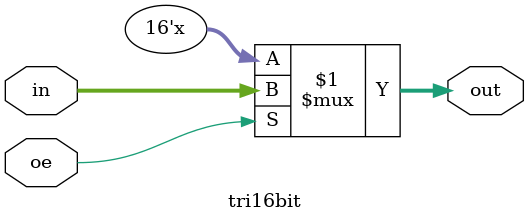
<source format=v>
module tri16bit(
    input oe,    
    input [15:0] in,
    output [15:0] out
);

    assign out = oe ? in : 16'hz;
endmodule
</source>
